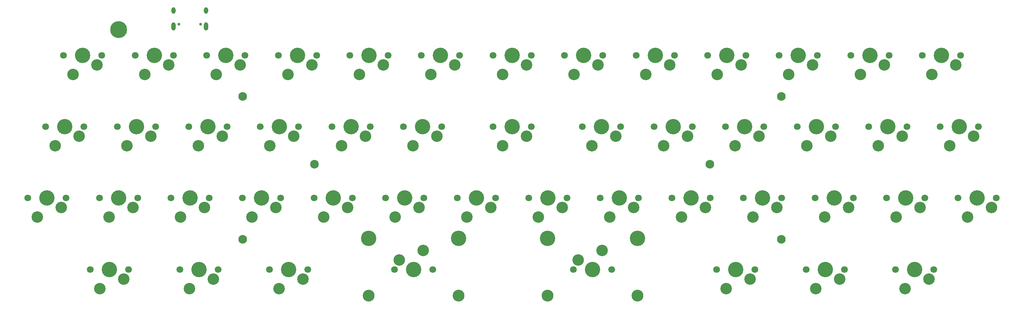
<source format=gbr>
G04 #@! TF.GenerationSoftware,KiCad,Pcbnew,5.1.9*
G04 #@! TF.CreationDate,2021-01-24T20:38:43+01:00*
G04 #@! TF.ProjectId,Shoto,53686f74-6f2e-46b6-9963-61645f706362,rev?*
G04 #@! TF.SameCoordinates,Original*
G04 #@! TF.FileFunction,Soldermask,Top*
G04 #@! TF.FilePolarity,Negative*
%FSLAX46Y46*%
G04 Gerber Fmt 4.6, Leading zero omitted, Abs format (unit mm)*
G04 Created by KiCad (PCBNEW 5.1.9) date 2021-01-24 20:38:43*
%MOMM*%
%LPD*%
G01*
G04 APERTURE LIST*
%ADD10C,4.082180*%
%ADD11C,3.052000*%
%ADD12C,1.802000*%
%ADD13C,2.302000*%
%ADD14O,1.102000X2.202000*%
%ADD15C,0.752000*%
%ADD16O,1.102000X1.702000*%
%ADD17C,4.502000*%
%ADD18C,3.150000*%
%ADD19C,4.089800*%
G04 APERTURE END LIST*
D10*
X182877000Y-95000000D03*
D11*
X185417000Y-89920000D03*
X179067000Y-92460000D03*
D12*
X187957000Y-95000000D03*
X177797000Y-95000000D03*
D10*
X220877000Y-95000000D03*
D11*
X218337000Y-100080000D03*
X224687000Y-97540000D03*
D12*
X215797000Y-95000000D03*
X225957000Y-95000000D03*
D10*
X244627000Y-95000000D03*
D11*
X242087000Y-100080000D03*
X248437000Y-97540000D03*
D12*
X239547000Y-95000000D03*
X249707000Y-95000000D03*
D10*
X268377000Y-95000000D03*
D11*
X265837000Y-100080000D03*
X272187000Y-97540000D03*
D12*
X263297000Y-95000000D03*
X273457000Y-95000000D03*
D10*
X285000000Y-76000000D03*
D11*
X282460000Y-81080000D03*
X288810000Y-78540000D03*
D12*
X279920000Y-76000000D03*
X290080000Y-76000000D03*
D10*
X266000000Y-76000000D03*
D11*
X263460000Y-81080000D03*
X269810000Y-78540000D03*
D12*
X260920000Y-76000000D03*
X271080000Y-76000000D03*
D10*
X247000000Y-76000000D03*
D11*
X244460000Y-81080000D03*
X250810000Y-78540000D03*
D12*
X241920000Y-76000000D03*
X252080000Y-76000000D03*
D10*
X228000000Y-76000000D03*
D11*
X225460000Y-81080000D03*
X231810000Y-78540000D03*
D12*
X222920000Y-76000000D03*
X233080000Y-76000000D03*
D10*
X209000000Y-76000000D03*
D11*
X206460000Y-81080000D03*
X212810000Y-78540000D03*
D12*
X203920000Y-76000000D03*
X214080000Y-76000000D03*
D10*
X190000000Y-76000000D03*
D11*
X187460000Y-81080000D03*
X193810000Y-78540000D03*
D12*
X184920000Y-76000000D03*
X195080000Y-76000000D03*
D10*
X171000000Y-76000000D03*
D11*
X168460000Y-81080000D03*
X174810000Y-78540000D03*
D12*
X165920000Y-76000000D03*
X176080000Y-76000000D03*
D10*
X54627000Y-95000000D03*
D11*
X52087000Y-100080000D03*
X58437000Y-97540000D03*
D12*
X49547000Y-95000000D03*
X59707000Y-95000000D03*
D10*
X78377000Y-95000000D03*
D11*
X75837000Y-100080000D03*
X82187000Y-97540000D03*
D12*
X73297000Y-95000000D03*
X83457000Y-95000000D03*
D10*
X102127000Y-95000000D03*
D11*
X99587000Y-100080000D03*
X105937000Y-97540000D03*
D12*
X97047000Y-95000000D03*
X107207000Y-95000000D03*
D10*
X135377000Y-95000000D03*
D11*
X137917000Y-89920000D03*
X131567000Y-92460000D03*
D12*
X140457000Y-95000000D03*
X130297000Y-95000000D03*
D10*
X152000000Y-76000000D03*
D11*
X149460000Y-81080000D03*
X155810000Y-78540000D03*
D12*
X146920000Y-76000000D03*
X157080000Y-76000000D03*
D10*
X133000000Y-76000000D03*
D11*
X130460000Y-81080000D03*
X136810000Y-78540000D03*
D12*
X127920000Y-76000000D03*
X138080000Y-76000000D03*
D10*
X114000000Y-76000000D03*
D11*
X111460000Y-81080000D03*
X117810000Y-78540000D03*
D12*
X108920000Y-76000000D03*
X119080000Y-76000000D03*
D10*
X95000000Y-76000000D03*
D11*
X92460000Y-81080000D03*
X98810000Y-78540000D03*
D12*
X89920000Y-76000000D03*
X100080000Y-76000000D03*
D10*
X76000000Y-76000000D03*
D11*
X73460000Y-81080000D03*
X79810000Y-78540000D03*
D12*
X70920000Y-76000000D03*
X81080000Y-76000000D03*
D10*
X57000000Y-76000000D03*
D11*
X54460000Y-81080000D03*
X60810000Y-78540000D03*
D12*
X51920000Y-76000000D03*
X62080000Y-76000000D03*
D10*
X38000000Y-76000000D03*
D11*
X35460000Y-81080000D03*
X41810000Y-78540000D03*
D12*
X32920000Y-76000000D03*
X43080000Y-76000000D03*
D10*
X42750000Y-57000000D03*
D11*
X40210000Y-62080000D03*
X46560000Y-59540000D03*
D12*
X37670000Y-57000000D03*
X47830000Y-57000000D03*
D10*
X61750000Y-57000000D03*
D11*
X59210000Y-62080000D03*
X65560000Y-59540000D03*
D12*
X56670000Y-57000000D03*
X66830000Y-57000000D03*
D10*
X80750000Y-57000000D03*
D11*
X78210000Y-62080000D03*
X84560000Y-59540000D03*
D12*
X75670000Y-57000000D03*
X85830000Y-57000000D03*
D10*
X99750000Y-57000000D03*
D11*
X97210000Y-62080000D03*
X103560000Y-59540000D03*
D12*
X94670000Y-57000000D03*
X104830000Y-57000000D03*
D10*
X118750000Y-57000000D03*
D11*
X116210000Y-62080000D03*
X122560000Y-59540000D03*
D12*
X113670000Y-57000000D03*
X123830000Y-57000000D03*
D10*
X137750000Y-57000000D03*
D11*
X135210000Y-62080000D03*
X141560000Y-59540000D03*
D12*
X132670000Y-57000000D03*
X142830000Y-57000000D03*
D10*
X161500000Y-57000000D03*
D11*
X158960000Y-62080000D03*
X165310000Y-59540000D03*
D12*
X156420000Y-57000000D03*
X166580000Y-57000000D03*
D10*
X185250000Y-57000000D03*
D11*
X182710000Y-62080000D03*
X189060000Y-59540000D03*
D12*
X180170000Y-57000000D03*
X190330000Y-57000000D03*
D10*
X204250000Y-57000000D03*
D11*
X201710000Y-62080000D03*
X208060000Y-59540000D03*
D12*
X199170000Y-57000000D03*
X209330000Y-57000000D03*
D10*
X223250000Y-57000000D03*
D11*
X220710000Y-62080000D03*
X227060000Y-59540000D03*
D12*
X218170000Y-57000000D03*
X228330000Y-57000000D03*
D10*
X242250000Y-57000000D03*
D11*
X239710000Y-62080000D03*
X246060000Y-59540000D03*
D12*
X237170000Y-57000000D03*
X247330000Y-57000000D03*
D10*
X261250000Y-57000000D03*
D11*
X258710000Y-62080000D03*
X265060000Y-59540000D03*
D12*
X256170000Y-57000000D03*
X266330000Y-57000000D03*
D10*
X280250000Y-57000000D03*
D11*
X277710000Y-62080000D03*
X284060000Y-59540000D03*
D12*
X275170000Y-57000000D03*
X285330000Y-57000000D03*
D10*
X275500000Y-38000000D03*
D11*
X272960000Y-43080000D03*
X279310000Y-40540000D03*
D12*
X270420000Y-38000000D03*
X280580000Y-38000000D03*
D10*
X256500000Y-38000000D03*
D11*
X253960000Y-43080000D03*
X260310000Y-40540000D03*
D12*
X251420000Y-38000000D03*
X261580000Y-38000000D03*
D10*
X237500000Y-38000000D03*
D11*
X234960000Y-43080000D03*
X241310000Y-40540000D03*
D12*
X232420000Y-38000000D03*
X242580000Y-38000000D03*
D10*
X218500000Y-38000000D03*
D11*
X215960000Y-43080000D03*
X222310000Y-40540000D03*
D12*
X213420000Y-38000000D03*
X223580000Y-38000000D03*
D10*
X47500000Y-38000000D03*
D11*
X44960000Y-43080000D03*
X51310000Y-40540000D03*
D12*
X42420000Y-38000000D03*
X52580000Y-38000000D03*
D10*
X66500000Y-38000000D03*
D11*
X63960000Y-43080000D03*
X70310000Y-40540000D03*
D12*
X61420000Y-38000000D03*
X71580000Y-38000000D03*
D10*
X85500000Y-38000000D03*
D11*
X82960000Y-43080000D03*
X89310000Y-40540000D03*
D12*
X80420000Y-38000000D03*
X90580000Y-38000000D03*
D10*
X104500000Y-38000000D03*
D11*
X101960000Y-43080000D03*
X108310000Y-40540000D03*
D12*
X99420000Y-38000000D03*
X109580000Y-38000000D03*
D10*
X123500000Y-38000000D03*
D11*
X120960000Y-43080000D03*
X127310000Y-40540000D03*
D12*
X118420000Y-38000000D03*
X128580000Y-38000000D03*
D10*
X142500000Y-38000000D03*
D11*
X139960000Y-43080000D03*
X146310000Y-40540000D03*
D12*
X137420000Y-38000000D03*
X147580000Y-38000000D03*
D10*
X161500000Y-38000000D03*
D11*
X158960000Y-43080000D03*
X165310000Y-40540000D03*
D12*
X156420000Y-38000000D03*
X166580000Y-38000000D03*
D10*
X180500000Y-38000000D03*
D11*
X177960000Y-43080000D03*
X184310000Y-40540000D03*
D12*
X175420000Y-38000000D03*
X185580000Y-38000000D03*
D10*
X199500000Y-38000000D03*
D11*
X196960000Y-43080000D03*
X203310000Y-40540000D03*
D12*
X194420000Y-38000000D03*
X204580000Y-38000000D03*
D13*
X233000000Y-87000000D03*
X214000000Y-67000000D03*
X233000000Y-49000000D03*
X109000000Y-67000000D03*
X90000000Y-87000000D03*
X90000000Y-49000000D03*
D14*
X80217200Y-30309600D03*
X71577200Y-30309600D03*
D15*
X73007200Y-29779600D03*
D16*
X71577200Y-26129600D03*
D15*
X78787200Y-29779600D03*
D16*
X80217200Y-26129600D03*
D17*
X57013800Y-31193160D03*
D18*
X123439000Y-101985000D03*
D19*
X123439000Y-86745000D03*
D18*
X147315000Y-101985000D03*
D19*
X147315000Y-86745000D03*
X194815000Y-86745000D03*
D18*
X194815000Y-101985000D03*
D19*
X170939000Y-86745000D03*
D18*
X170939000Y-101985000D03*
M02*

</source>
